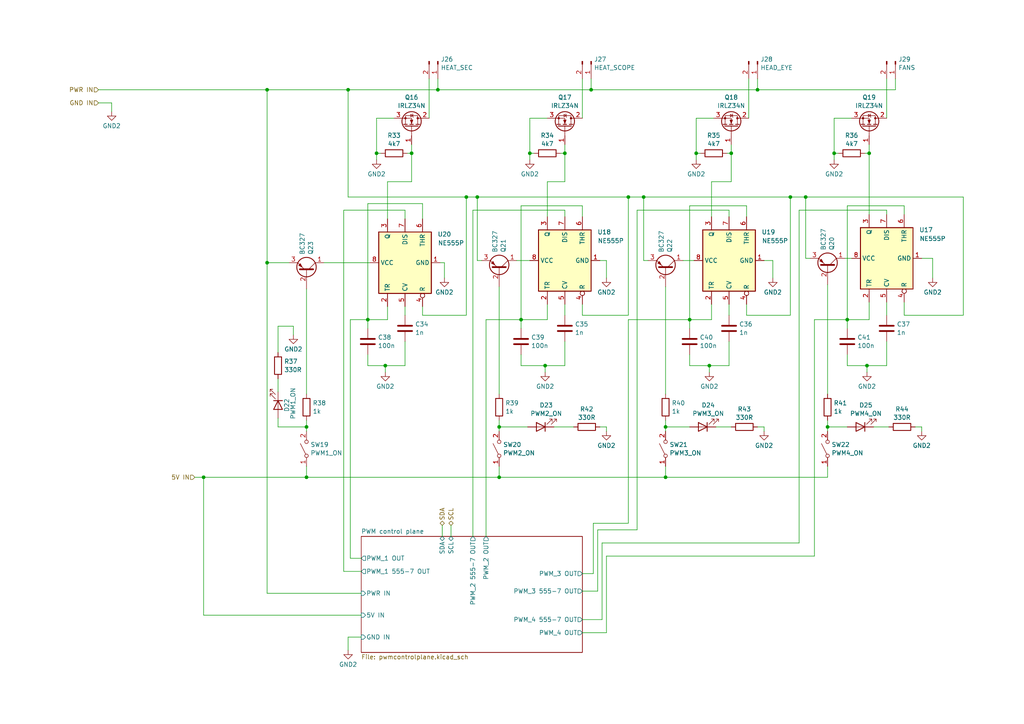
<source format=kicad_sch>
(kicad_sch (version 20230121) (generator eeschema)
  (paper "A4")
  (title_block (title "Astrobox") (date "2024-04-13") (rev "2"))
  (lib_symbols
    (symbol "Connector:Conn_01x02_Pin" (pin_names (offset 1.016) hide)
      (property "Reference" "J" (at 0 2.54 0))
      (property "Value" "Conn_01x02_Pin" (at 0 -5.08 0))
      (symbol "Conn_01x02_Pin_1_1"
        (polyline (pts (xy 1.27 -2.54) (xy 0.8636 -2.54)) (stroke (width 0.1524)))
        (polyline (pts (xy 1.27 0) (xy 0.8636 0)) (stroke (width 0.1524)))
        (rectangle (start 0.8636 -2.413) (end 0 -2.667) (stroke (width 0.1524)) (fill (type outline)))
        (rectangle (start 0.8636 0.127) (end 0 -0.127) (stroke (width 0.1524)) (fill (type outline)))
        (pin passive line (at 5.08 0 180) (length 3.81) (name "Pin_1") (number "1"))
        (pin passive line (at 5.08 -2.54 180) (length 3.81) (name "Pin_2") (number "2"))
      )
    )
    (symbol "Device:C" (pin_numbers hide) (pin_names (offset 0.254))
      (property "Reference" "C" (at 0.635 2.54 0))
      (property "Value" "C" (at 0.635 -2.54 0))
      (symbol "C_0_1"
        (polyline (pts (xy -2.032 -0.762) (xy 2.032 -0.762)) (stroke (width 0.508)))
        (polyline (pts (xy -2.032 0.762) (xy 2.032 0.762)) (stroke (width 0.508)))
      )
      (symbol "C_1_1"
        (pin passive line (at 0 3.81 270) (length 2.794) (name "~") (number "1"))
        (pin passive line (at 0 -3.81 90) (length 2.794) (name "~") (number "2"))
      )
    )
    (symbol "Device:LED" (pin_numbers hide) (pin_names (offset 1.016) hide)
      (property "Reference" "D" (at 0 2.54 0))
      (property "Value" "LED" (at 0 -2.54 0))
      (symbol "LED_0_1"
        (polyline (pts (xy -1.27 -1.27) (xy -1.27 1.27)) (stroke (width 0.254)))
        (polyline (pts (xy -1.27 0) (xy 1.27 0)))
        (polyline (pts (xy 1.27 -1.27) (xy 1.27 1.27) (xy -1.27 0) (xy 1.27 -1.27)) (stroke (width 0.254)))
        (polyline (pts (xy -3.048 -0.762) (xy -4.572 -2.286) (xy -3.81 -2.286) (xy -4.572 -2.286) (xy -4.572 -1.524)))
        (polyline (pts (xy -1.778 -0.762) (xy -3.302 -2.286) (xy -2.54 -2.286) (xy -3.302 -2.286) (xy -3.302 -1.524)))
      )
      (symbol "LED_1_1"
        (pin passive line (at -3.81 0 0) (length 2.54) (name "K") (number "1"))
        (pin passive line (at 3.81 0 180) (length 2.54) (name "A") (number "2"))
      )
    )
    (symbol "Device:R" (pin_numbers hide) (pin_names (offset 0))
      (property "Reference" "R" (at 2.032 0 90))
      (property "Value" "R" (at 0 0 90))
      (symbol "R_0_1"
        (rectangle (start -1.016 -2.54) (end 1.016 2.54) (stroke (width 0.254)))
      )
      (symbol "R_1_1"
        (pin passive line (at 0 3.81 270) (length 1.27) (name "~") (number "1"))
        (pin passive line (at 0 -3.81 90) (length 1.27) (name "~") (number "2"))
      )
    )
    (symbol "Switch:SW_SPST" (pin_names (offset 0) hide)
      (property "Reference" "SW" (at 0 3.175 0))
      (property "Value" "SW_SPST" (at 0 -2.54 0))
      (symbol "SW_SPST_0_0"
        (circle (center -2.032 0) (radius 0.508))
        (polyline (pts (xy -1.524 0.254) (xy 1.524 1.778)))
        (circle (center 2.032 0) (radius 0.508))
      )
      (symbol "SW_SPST_1_1"
        (pin passive line (at -5.08 0 0) (length 2.54) (name "A") (number "1"))
        (pin passive line (at 5.08 0 180) (length 2.54) (name "B") (number "2"))
      )
    )
    (symbol "Timer:NE555P"
      (property "Reference" "U" (at -10.16 8.89 0))
      (property "Value" "NE555P" (at 2.54 8.89 0))
      (symbol "NE555P_0_0"
        (pin power_in line (at 0 -10.16 90) (length 2.54) (name "GND") (number "1"))
        (pin power_in line (at 0 10.16 270) (length 2.54) (name "VCC") (number "8"))
      )
      (symbol "NE555P_0_1"
        (rectangle (start -8.89 -7.62) (end 8.89 7.62) (stroke (width 0.254)) (fill (type background)))
        (rectangle (start -8.89 -7.62) (end 8.89 7.62) (stroke (width 0.254)) (fill (type background)))
      )
      (symbol "NE555P_1_1"
        (pin input line (at -12.7 5.08 0) (length 3.81) (name "TR") (number "2"))
        (pin output line (at 12.7 5.08 180) (length 3.81) (name "Q") (number "3"))
        (pin input inverted (at -12.7 -5.08 0) (length 3.81) (name "R") (number "4"))
        (pin input line (at -12.7 0 0) (length 3.81) (name "CV") (number "5"))
        (pin input line (at 12.7 -5.08 180) (length 3.81) (name "THR") (number "6"))
        (pin input line (at 12.7 0 180) (length 3.81) (name "DIS") (number "7"))
      )
    )
    (symbol "Transistor_BJT:BC327" (pin_names (offset 0) hide)
      (property "Reference" "Q" (at 5.08 1.905 0))
      (property "Value" "BC327" (at 5.08 0 0))
      (symbol "BC327_0_1"
        (polyline (pts (xy 0.635 0.635) (xy 2.54 2.54)))
        (polyline (pts (xy 0.635 -0.635) (xy 2.54 -2.54) (xy 2.54 -2.54)))
        (polyline (pts (xy 0.635 1.905) (xy 0.635 -1.905) (xy 0.635 -1.905)) (stroke (width 0.508)))
        (polyline (pts (xy 2.286 -1.778) (xy 1.778 -2.286) (xy 1.27 -1.27) (xy 2.286 -1.778) (xy 2.286 -1.778)) (fill (type outline)))
        (circle (center 1.27 0) (radius 2.8194) (stroke (width 0.254)))
      )
      (symbol "BC327_1_1"
        (pin passive line (at 2.54 5.08 270) (length 2.54) (name "C") (number "1"))
        (pin input line (at -5.08 0 0) (length 5.715) (name "B") (number "2"))
        (pin passive line (at 2.54 -5.08 90) (length 2.54) (name "E") (number "3"))
      )
    )
    (symbol "Transistor_FET:IRLZ34N" (pin_names hide)
      (property "Reference" "Q" (at 5.08 1.905 0))
      (property "Value" "IRLZ34N" (at 5.08 0 0))
      (symbol "IRLZ34N_0_1"
        (polyline (pts (xy 0.254 0) (xy -2.54 0)))
        (polyline (pts (xy 0.254 1.905) (xy 0.254 -1.905)) (stroke (width 0.254)))
        (polyline (pts (xy 0.762 -1.27) (xy 0.762 -2.286)) (stroke (width 0.254)))
        (polyline (pts (xy 0.762 0.508) (xy 0.762 -0.508)) (stroke (width 0.254)))
        (polyline (pts (xy 0.762 2.286) (xy 0.762 1.27)) (stroke (width 0.254)))
        (polyline (pts (xy 2.54 2.54) (xy 2.54 1.778)))
        (polyline (pts (xy 2.54 -2.54) (xy 2.54 0) (xy 0.762 0)))
        (polyline (pts (xy 0.762 -1.778) (xy 3.302 -1.778) (xy 3.302 1.778) (xy 0.762 1.778)))
        (polyline (pts (xy 1.016 0) (xy 2.032 0.381) (xy 2.032 -0.381) (xy 1.016 0)) (fill (type outline)))
        (polyline (pts (xy 2.794 0.508) (xy 2.921 0.381) (xy 3.683 0.381) (xy 3.81 0.254)))
        (polyline (pts (xy 3.302 0.381) (xy 2.921 -0.254) (xy 3.683 -0.254) (xy 3.302 0.381)))
        (circle (center 1.651 0) (radius 2.794) (stroke (width 0.254)))
        (circle (center 2.54 -1.778) (radius 0.254) (fill (type outline)))
        (circle (center 2.54 1.778) (radius 0.254) (fill (type outline)))
      )
      (symbol "IRLZ34N_1_1"
        (pin input line (at -5.08 0 0) (length 2.54) (name "G") (number "1"))
        (pin passive line (at 2.54 5.08 270) (length 2.54) (name "D") (number "2"))
        (pin passive line (at 2.54 -5.08 90) (length 2.54) (name "S") (number "3"))
      )
    )
    (symbol "power:GND2" (power) (pin_names (offset 0))
      (property "Value" "GND2" (at 0 -3.81 0))
      (symbol "GND2_0_1"
        (polyline (pts (xy 0 0) (xy 0 -1.27) (xy 1.27 -1.27) (xy 0 -2.54) (xy -1.27 -1.27) (xy 0 -1.27)))
      )
      (symbol "GND2_1_1"
        (pin power_in line (at 0 0 270) (length 0) hide (name "GND2") (number "1"))
      )
    )
  )
  (junction (at 77.47 76.2))
  (junction (at 193.04 138.43))
  (junction (at 233.68 57.15))
  (junction (at 106.68 92.71))
  (junction (at 200.025 92.71))
  (junction (at 219.71 26.035))
  (junction (at 245.745 92.71))
  (junction (at 182.245 57.15))
  (junction (at 144.78 138.43))
  (junction (at 119.38 44.45))
  (junction (at 138.43 57.15))
  (junction (at 100.965 26.035))
  (junction (at 111.76 106.045))
  (junction (at 151.13 92.71))
  (junction (at 252.095 44.45))
  (junction (at 88.9 123.825))
  (junction (at 77.47 26.035))
  (junction (at 163.83 44.45))
  (junction (at 240.03 123.825))
  (junction (at 201.93 44.45))
  (junction (at 127 26.035))
  (junction (at 251.46 106.045))
  (junction (at 186.69 57.15))
  (junction (at 88.9 138.43))
  (junction (at 153.67 44.45))
  (junction (at 144.78 123.825))
  (junction (at 135.255 57.15))
  (junction (at 229.235 57.15))
  (junction (at 205.74 106.045))
  (junction (at 158.115 106.045))
  (junction (at 241.935 44.45))
  (junction (at 171.45 26.035))
  (junction (at 212.09 44.45))
  (junction (at 193.04 123.825))
  (junction (at 109.22 44.45))
  (junction (at 59.055 138.43))
  (wire (pts (xy 77.47 26.035) (xy 77.47 76.2)))
  (wire (pts (xy 130.81 152.4) (xy 130.81 155.575)))
  (wire (pts (xy 205.74 106.045) (xy 211.455 106.045)))
  (wire (pts (xy 236.22 161.29) (xy 236.22 92.71)))
  (wire (pts (xy 174.625 157.48) (xy 231.775 157.48)))
  (wire (pts (xy 241.935 34.29) (xy 247.015 34.29)))
  (wire (pts (xy 106.68 102.87) (xy 106.68 106.045)))
  (wire (pts (xy 241.935 44.45) (xy 241.935 46.355)))
  (wire (pts (xy 137.16 60.96) (xy 137.16 155.575)))
  (wire (pts (xy 106.68 106.045) (xy 111.76 106.045)))
  (wire (pts (xy 122.555 91.44) (xy 135.255 91.44)))
  (wire (pts (xy 100.965 26.035) (xy 127 26.035)))
  (wire (pts (xy 100.965 184.785) (xy 104.775 184.785)))
  (wire (pts (xy 168.91 179.705) (xy 174.625 179.705)))
  (wire (pts (xy 127.635 76.2) (xy 128.905 76.2)))
  (wire (pts (xy 267.335 123.825) (xy 267.335 125.095)))
  (wire (pts (xy 240.03 121.92) (xy 240.03 123.825)))
  (wire (pts (xy 151.13 106.045) (xy 158.115 106.045)))
  (wire (pts (xy 201.93 44.45) (xy 201.93 46.355)))
  (wire (pts (xy 257.175 99.06) (xy 257.175 106.045)))
  (wire (pts (xy 138.43 75.565) (xy 139.7 75.565)))
  (wire (pts (xy 279.4 57.15) (xy 279.4 91.44)))
  (wire (pts (xy 128.27 152.4) (xy 128.27 155.575)))
  (wire (pts (xy 153.67 44.45) (xy 153.67 46.355)))
  (wire (pts (xy 187.96 75.565) (xy 186.69 75.565)))
  (wire (pts (xy 163.83 88.265) (xy 163.83 91.44)))
  (wire (pts (xy 216.535 91.44) (xy 229.235 91.44)))
  (wire (pts (xy 85.09 94.615) (xy 85.09 97.155)))
  (wire (pts (xy 245.745 106.045) (xy 251.46 106.045)))
  (wire (pts (xy 171.45 26.035) (xy 219.71 26.035)))
  (wire (pts (xy 112.395 92.71) (xy 112.395 88.9)))
  (wire (pts (xy 144.78 83.185) (xy 144.78 114.3)))
  (wire (pts (xy 216.535 88.265) (xy 216.535 91.44)))
  (wire (pts (xy 158.115 106.045) (xy 158.115 107.95)))
  (wire (pts (xy 229.235 57.15) (xy 229.235 91.44)))
  (wire (pts (xy 128.905 76.2) (xy 128.905 80.645)))
  (wire (pts (xy 219.71 26.035) (xy 259.715 26.035)))
  (wire (pts (xy 252.095 44.45) (xy 252.095 62.23)))
  (wire (pts (xy 106.68 59.055) (xy 106.68 92.71)))
  (wire (pts (xy 151.13 92.71) (xy 158.75 92.71)))
  (wire (pts (xy 59.055 138.43) (xy 59.055 178.435)))
  (wire (pts (xy 144.78 138.43) (xy 144.78 135.255)))
  (wire (pts (xy 80.645 102.235) (xy 80.645 94.615)))
  (wire (pts (xy 193.04 123.825) (xy 200.025 123.825)))
  (wire (pts (xy 117.475 99.06) (xy 117.475 106.045)))
  (wire (pts (xy 200.025 92.71) (xy 200.025 95.25)))
  (wire (pts (xy 184.785 153.67) (xy 173.355 153.67)))
  (wire (pts (xy 245.11 74.93) (xy 247.015 74.93)))
  (wire (pts (xy 77.47 76.2) (xy 83.82 76.2)))
  (wire (pts (xy 206.375 52.705) (xy 212.09 52.705)))
  (wire (pts (xy 173.355 153.67) (xy 173.355 171.45)))
  (wire (pts (xy 221.615 75.565) (xy 224.155 75.565)))
  (wire (pts (xy 211.455 60.96) (xy 211.455 62.865)))
  (wire (pts (xy 245.745 59.69) (xy 245.745 92.71)))
  (wire (pts (xy 233.68 57.15) (xy 279.4 57.15)))
  (wire (pts (xy 212.09 44.45) (xy 212.09 52.705)))
  (wire (pts (xy 236.22 92.71) (xy 245.745 92.71)))
  (wire (pts (xy 257.175 60.96) (xy 257.175 62.23)))
  (wire (pts (xy 262.255 59.69) (xy 245.745 59.69)))
  (wire (pts (xy 207.645 123.825) (xy 212.09 123.825)))
  (wire (pts (xy 80.645 109.855) (xy 80.645 113.665)))
  (wire (pts (xy 151.13 59.69) (xy 168.91 59.69)))
  (wire (pts (xy 168.91 166.37) (xy 172.085 166.37)))
  (wire (pts (xy 77.47 26.035) (xy 100.965 26.035)))
  (wire (pts (xy 251.46 106.045) (xy 251.46 107.95)))
  (wire (pts (xy 241.935 44.45) (xy 243.205 44.45)))
  (wire (pts (xy 219.71 123.825) (xy 221.615 123.825)))
  (wire (pts (xy 221.615 123.825) (xy 221.615 125.095)))
  (wire (pts (xy 173.99 75.565) (xy 175.895 75.565)))
  (wire (pts (xy 158.75 52.705) (xy 158.75 62.865)))
  (wire (pts (xy 80.645 94.615) (xy 85.09 94.615)))
  (wire (pts (xy 245.745 92.71) (xy 252.095 92.71)))
  (wire (pts (xy 270.51 74.93) (xy 270.51 80.645)))
  (wire (pts (xy 163.83 99.06) (xy 163.83 106.045)))
  (wire (pts (xy 182.245 92.71) (xy 200.025 92.71)))
  (wire (pts (xy 104.775 165.735) (xy 99.695 165.735)))
  (wire (pts (xy 262.255 62.23) (xy 262.255 59.69)))
  (wire (pts (xy 100.965 57.15) (xy 135.255 57.15)))
  (wire (pts (xy 200.025 59.69) (xy 200.025 92.71)))
  (wire (pts (xy 211.455 99.06) (xy 211.455 106.045)))
  (wire (pts (xy 175.895 161.29) (xy 236.22 161.29)))
  (wire (pts (xy 140.97 92.71) (xy 151.13 92.71)))
  (wire (pts (xy 175.895 123.825) (xy 175.895 125.095)))
  (wire (pts (xy 122.555 59.055) (xy 106.68 59.055)))
  (wire (pts (xy 240.03 82.55) (xy 240.03 114.3)))
  (wire (pts (xy 109.22 44.45) (xy 110.49 44.45)))
  (wire (pts (xy 153.67 34.29) (xy 153.67 44.45)))
  (wire (pts (xy 193.04 138.43) (xy 144.78 138.43)))
  (wire (pts (xy 186.69 57.15) (xy 229.235 57.15)))
  (wire (pts (xy 259.715 26.035) (xy 259.715 22.86)))
  (wire (pts (xy 252.095 92.71) (xy 252.095 87.63)))
  (wire (pts (xy 119.38 41.91) (xy 119.38 44.45)))
  (wire (pts (xy 163.83 41.91) (xy 163.83 44.45)))
  (wire (pts (xy 186.69 75.565) (xy 186.69 57.15)))
  (wire (pts (xy 182.245 57.15) (xy 186.69 57.15)))
  (wire (pts (xy 250.825 44.45) (xy 252.095 44.45)))
  (wire (pts (xy 257.175 22.86) (xy 257.175 34.29)))
  (wire (pts (xy 251.46 106.045) (xy 257.175 106.045)))
  (wire (pts (xy 168.91 88.265) (xy 168.91 91.44)))
  (wire (pts (xy 160.655 123.825) (xy 166.37 123.825)))
  (wire (pts (xy 149.86 75.565) (xy 153.67 75.565)))
  (wire (pts (xy 184.785 60.96) (xy 211.455 60.96)))
  (wire (pts (xy 231.775 60.96) (xy 231.775 157.48)))
  (wire (pts (xy 193.04 138.43) (xy 193.04 135.255)))
  (wire (pts (xy 175.895 75.565) (xy 175.895 80.645)))
  (wire (pts (xy 138.43 75.565) (xy 138.43 57.15)))
  (wire (pts (xy 144.78 121.92) (xy 144.78 123.825)))
  (wire (pts (xy 245.745 92.71) (xy 245.745 95.25)))
  (wire (pts (xy 151.13 102.87) (xy 151.13 106.045)))
  (wire (pts (xy 257.175 87.63) (xy 257.175 91.44)))
  (wire (pts (xy 193.04 121.92) (xy 193.04 123.825)))
  (wire (pts (xy 201.93 34.29) (xy 201.93 44.45)))
  (wire (pts (xy 109.22 34.29) (xy 109.22 44.45)))
  (wire (pts (xy 151.13 92.71) (xy 151.13 95.25)))
  (wire (pts (xy 88.9 121.92) (xy 88.9 123.825)))
  (wire (pts (xy 211.455 88.265) (xy 211.455 91.44)))
  (wire (pts (xy 206.375 52.705) (xy 206.375 62.865)))
  (wire (pts (xy 158.115 106.045) (xy 163.83 106.045)))
  (wire (pts (xy 158.75 92.71) (xy 158.75 88.265)))
  (wire (pts (xy 240.03 135.255) (xy 240.03 138.43)))
  (wire (pts (xy 153.67 44.45) (xy 154.94 44.45)))
  (wire (pts (xy 200.025 106.045) (xy 205.74 106.045)))
  (wire (pts (xy 104.775 161.925) (xy 101.6 161.925)))
  (wire (pts (xy 135.255 57.15) (xy 138.43 57.15)))
  (wire (pts (xy 106.68 92.71) (xy 112.395 92.71)))
  (wire (pts (xy 163.83 44.45) (xy 163.83 52.705)))
  (wire (pts (xy 212.09 41.91) (xy 212.09 44.45)))
  (wire (pts (xy 111.76 106.045) (xy 117.475 106.045)))
  (wire (pts (xy 119.38 44.45) (xy 119.38 52.705)))
  (wire (pts (xy 112.395 63.5) (xy 112.395 52.705)))
  (wire (pts (xy 267.335 74.93) (xy 270.51 74.93)))
  (wire (pts (xy 234.95 74.93) (xy 233.68 74.93)))
  (wire (pts (xy 279.4 91.44) (xy 262.255 91.44)))
  (wire (pts (xy 200.025 92.71) (xy 206.375 92.71)))
  (wire (pts (xy 99.695 60.96) (xy 117.475 60.96)))
  (wire (pts (xy 101.6 92.71) (xy 106.68 92.71)))
  (wire (pts (xy 117.475 60.96) (xy 117.475 63.5)))
  (wire (pts (xy 240.03 123.825) (xy 245.745 123.825)))
  (wire (pts (xy 88.9 138.43) (xy 59.055 138.43)))
  (wire (pts (xy 171.45 26.035) (xy 171.45 22.86)))
  (wire (pts (xy 193.04 123.825) (xy 193.04 125.095)))
  (wire (pts (xy 241.935 34.29) (xy 241.935 44.45)))
  (wire (pts (xy 184.785 60.96) (xy 184.785 153.67)))
  (wire (pts (xy 168.91 22.86) (xy 168.91 34.29)))
  (wire (pts (xy 240.03 138.43) (xy 193.04 138.43)))
  (wire (pts (xy 88.9 123.825) (xy 88.9 125.095)))
  (wire (pts (xy 127 26.035) (xy 171.45 26.035)))
  (wire (pts (xy 122.555 88.9) (xy 122.555 91.44)))
  (wire (pts (xy 112.395 52.705) (xy 119.38 52.705)))
  (wire (pts (xy 100.965 57.15) (xy 100.965 26.035)))
  (wire (pts (xy 28.575 26.035) (xy 77.47 26.035)))
  (wire (pts (xy 216.535 62.865) (xy 216.535 59.69)))
  (wire (pts (xy 104.775 172.085) (xy 77.47 172.085)))
  (wire (pts (xy 172.085 151.765) (xy 182.245 151.765)))
  (wire (pts (xy 100.965 188.595) (xy 100.965 184.785)))
  (wire (pts (xy 138.43 57.15) (xy 182.245 57.15)))
  (wire (pts (xy 56.515 138.43) (xy 59.055 138.43)))
  (wire (pts (xy 162.56 44.45) (xy 163.83 44.45)))
  (wire (pts (xy 173.99 123.825) (xy 175.895 123.825)))
  (wire (pts (xy 28.575 29.845) (xy 32.385 29.845)))
  (wire (pts (xy 127 26.035) (xy 127 22.86)))
  (wire (pts (xy 109.22 34.29) (xy 114.3 34.29)))
  (wire (pts (xy 32.385 29.845) (xy 32.385 32.385)))
  (wire (pts (xy 182.245 57.15) (xy 182.245 91.44)))
  (wire (pts (xy 198.12 75.565) (xy 201.295 75.565)))
  (wire (pts (xy 193.04 83.185) (xy 193.04 114.3)))
  (wire (pts (xy 219.71 26.035) (xy 219.71 22.86)))
  (wire (pts (xy 252.095 41.91) (xy 252.095 44.45)))
  (wire (pts (xy 124.46 22.86) (xy 124.46 34.29)))
  (wire (pts (xy 210.82 44.45) (xy 212.09 44.45)))
  (wire (pts (xy 140.97 92.71) (xy 140.97 155.575)))
  (wire (pts (xy 240.03 123.825) (xy 240.03 125.095)))
  (wire (pts (xy 137.16 60.96) (xy 163.83 60.96)))
  (wire (pts (xy 93.98 76.2) (xy 107.315 76.2)))
  (wire (pts (xy 144.78 123.825) (xy 153.035 123.825)))
  (wire (pts (xy 168.91 171.45) (xy 173.355 171.45)))
  (wire (pts (xy 104.775 178.435) (xy 59.055 178.435)))
  (wire (pts (xy 200.025 106.045) (xy 200.025 102.87)))
  (wire (pts (xy 265.43 123.825) (xy 267.335 123.825)))
  (wire (pts (xy 253.365 123.825) (xy 257.81 123.825)))
  (wire (pts (xy 118.11 44.45) (xy 119.38 44.45)))
  (wire (pts (xy 231.775 60.96) (xy 257.175 60.96)))
  (wire (pts (xy 245.745 102.87) (xy 245.745 106.045)))
  (wire (pts (xy 109.22 44.45) (xy 109.22 46.355)))
  (wire (pts (xy 168.91 62.865) (xy 168.91 59.69)))
  (wire (pts (xy 224.155 75.565) (xy 224.155 80.645)))
  (wire (pts (xy 205.74 106.045) (xy 205.74 107.95)))
  (wire (pts (xy 101.6 92.71) (xy 101.6 161.925)))
  (wire (pts (xy 77.47 76.2) (xy 77.47 172.085)))
  (wire (pts (xy 80.645 121.285) (xy 80.645 123.825)))
  (wire (pts (xy 88.9 83.82) (xy 88.9 114.3)))
  (wire (pts (xy 99.695 60.96) (xy 99.695 165.735)))
  (wire (pts (xy 182.245 91.44) (xy 168.91 91.44)))
  (wire (pts (xy 135.255 91.44) (xy 135.255 57.15)))
  (wire (pts (xy 217.17 22.86) (xy 217.17 34.29)))
  (wire (pts (xy 163.83 60.96) (xy 163.83 62.865)))
  (wire (pts (xy 262.255 91.44) (xy 262.255 87.63)))
  (wire (pts (xy 158.75 52.705) (xy 163.83 52.705)))
  (wire (pts (xy 144.78 123.825) (xy 144.78 125.095)))
  (wire (pts (xy 117.475 88.9) (xy 117.475 91.44)))
  (wire (pts (xy 80.645 123.825) (xy 88.9 123.825)))
  (wire (pts (xy 88.9 138.43) (xy 88.9 135.255)))
  (wire (pts (xy 233.68 74.93) (xy 233.68 57.15)))
  (wire (pts (xy 106.68 92.71) (xy 106.68 95.25)))
  (wire (pts (xy 229.235 57.15) (xy 233.68 57.15)))
  (wire (pts (xy 168.91 183.515) (xy 175.895 183.515)))
  (wire (pts (xy 174.625 179.705) (xy 174.625 157.48)))
  (wire (pts (xy 200.025 59.69) (xy 216.535 59.69)))
  (wire (pts (xy 111.76 106.045) (xy 111.76 107.95)))
  (wire (pts (xy 151.13 92.71) (xy 151.13 59.69)))
  (wire (pts (xy 172.085 166.37) (xy 172.085 151.765)))
  (wire (pts (xy 182.245 151.765) (xy 182.245 92.71)))
  (wire (pts (xy 201.93 44.45) (xy 203.2 44.45)))
  (wire (pts (xy 153.67 34.29) (xy 158.75 34.29)))
  (wire (pts (xy 206.375 92.71) (xy 206.375 88.265)))
  (wire (pts (xy 201.93 34.29) (xy 207.01 34.29)))
  (wire (pts (xy 88.9 138.43) (xy 144.78 138.43)))
  (wire (pts (xy 175.895 183.515) (xy 175.895 161.29)))
  (wire (pts (xy 122.555 63.5) (xy 122.555 59.055)))
  (hierarchical_label "5V IN" (shape input) (at 56.515 138.43 180))
  (hierarchical_label "SCL" (shape bidirectional) (at 130.81 152.4 90))
  (hierarchical_label "GND IN" (shape input) (at 28.575 29.845 180))
  (hierarchical_label "PWR IN" (shape input) (at 28.575 26.035 180))
  (hierarchical_label "SDA" (shape bidirectional) (at 128.27 152.4 90))
  (symbol (lib_id "power:GND2") (at 175.895 125.095 0) (unit 1)
    (property "Reference" "#PWR049" (effects hide))
    (property "Value" "GND2" (at 175.895 129.2281 0))
  )
  (symbol (lib_id "power:GND2") (at 251.46 107.95 0) (unit 1)
    (property "Reference" "#PWR048" (effects hide))
    (property "Value" "GND2" (at 251.46 112.0831 0))
  )
  (symbol (lib_id "power:GND2") (at 111.76 107.95 0) (unit 1)
    (property "Reference" "#PWR045" (effects hide))
    (property "Value" "GND2" (at 111.76 112.0831 0))
  )
  (symbol (lib_id "Transistor_FET:IRLZ34N") (at 163.83 36.83 270) (mirror x) (unit 1)
    (property "Reference" "Q17" (at 163.83 28.2407 90))
    (property "Value" "IRLZ34N" (at 163.83 30.6649 90))
    (property "Footprint" "Package_TO_SOT_THT:TO-220-3_Vertical" (effects hide))
    (property "Datasheet" "http://www.infineon.com/dgdl/irlz34npbf.pdf?fileId=5546d462533600a40153567206892720" (effects hide))
  )
  (symbol (lib_id "Device:R") (at 88.9 118.11 0) (unit 1)
    (property "Reference" "R38" (at 90.678 116.8979 0) (effects (justify left)))
    (property "Value" "1k" (at 90.678 119.3221 0) (effects (justify left)))
    (property "Footprint" "Resistor_THT:R_Axial_DIN0309_L9.0mm_D3.2mm_P12.70mm_Horizontal" (effects hide))
  )
  (symbol (lib_id "Transistor_FET:IRLZ34N") (at 119.38 36.83 270) (mirror x) (unit 1)
    (property "Reference" "Q16" (at 119.38 28.2407 90))
    (property "Value" "IRLZ34N" (at 119.38 30.6649 90))
    (property "Footprint" "Package_TO_SOT_THT:TO-220-3_Vertical" (effects hide))
    (property "Datasheet" "http://www.infineon.com/dgdl/irlz34npbf.pdf?fileId=5546d462533600a40153567206892720" (effects hide))
  )
  (symbol (lib_id "Device:R") (at 193.04 118.11 0) (unit 1)
    (property "Reference" "R40" (at 194.818 116.8979 0) (effects (justify left)))
    (property "Value" "1k" (at 194.818 119.3221 0) (effects (justify left)))
    (property "Footprint" "Resistor_THT:R_Axial_DIN0309_L9.0mm_D3.2mm_P12.70mm_Horizontal" (effects hide))
  )
  (symbol (lib_id "power:GND2") (at 100.965 188.595 0) (unit 1)
    (property "Reference" "#PWR052" (effects hide))
    (property "Value" "GND2" (at 100.965 192.7281 0))
  )
  (symbol (lib_id "Transistor_BJT:BC327") (at 193.04 78.105 270) (mirror x) (unit 1)
    (property "Reference" "Q22" (at 194.2521 73.2536 0) (effects (justify left)))
    (property "Value" "BC327" (at 191.8279 73.2536 0) (effects (justify left)))
    (property "Footprint" "Package_TO_SOT_THT:TO-92_Inline" (effects hide))
    (property "Datasheet" "http://www.onsemi.com/pub_link/Collateral/BC327-D.PDF" (effects hide))
  )
  (symbol (lib_id "Device:C") (at 106.68 99.06 0) (unit 1)
    (property "Reference" "C38" (at 109.601 97.8479 0) (effects (justify left)))
    (property "Value" "100n" (at 109.601 100.2721 0) (effects (justify left)))
    (property "Footprint" "Capacitor_THT:C_Disc_D5.0mm_W2.5mm_P2.50mm" (effects hide))
  )
  (symbol (lib_id "Device:C") (at 117.475 95.25 0) (unit 1)
    (property "Reference" "C34" (at 120.396 94.0379 0) (effects (justify left)))
    (property "Value" "1n" (at 120.396 96.4621 0) (effects (justify left)))
    (property "Footprint" "Capacitor_THT:C_Disc_D5.0mm_W2.5mm_P2.50mm" (effects hide))
  )
  (symbol (lib_id "power:GND2") (at 153.67 46.355 0) (unit 1)
    (property "Reference" "#PWR037" (effects hide))
    (property "Value" "GND2" (at 153.67 50.4881 0))
  )
  (symbol (lib_id "Device:LED") (at 156.845 123.825 180) (unit 1)
    (property "Reference" "D23" (at 158.4325 117.5217 0))
    (property "Value" "PWM2_ON" (at 158.4325 119.9459 0))
    (property "Footprint" "LED_THT:LED_D5.0mm" (effects hide))
  )
  (symbol (lib_id "Switch:SW_SPST") (at 193.04 130.175 90) (unit 1)
    (property "Reference" "SW21" (at 194.183 128.9629 90) (effects (justify right)))
    (property "Value" "PWM3_ON" (at 194.183 131.3871 90) (effects (justify right)))
    (property "Footprint" "Connector_PinHeader_2.54mm:PinHeader_1x02_P2.54mm_Vertical" (effects hide))
  )
  (symbol (lib_id "Device:LED") (at 249.555 123.825 180) (unit 1)
    (property "Reference" "D25" (at 251.1425 117.5217 0))
    (property "Value" "PWM4_ON" (at 251.1425 119.9459 0))
    (property "Footprint" "LED_THT:LED_D5.0mm" (effects hide))
  )
  (symbol (lib_id "Switch:SW_SPST") (at 240.03 130.175 90) (unit 1)
    (property "Reference" "SW22" (at 241.173 128.9629 90) (effects (justify right)))
    (property "Value" "PWM4_ON" (at 241.173 131.3871 90) (effects (justify right)))
    (property "Footprint" "Connector_PinHeader_2.54mm:PinHeader_1x02_P2.54mm_Vertical" (effects hide))
  )
  (symbol (lib_id "power:GND2") (at 128.905 80.645 0) (unit 1)
    (property "Reference" "#PWR040" (effects hide))
    (property "Value" "GND2" (at 128.905 84.7781 0))
  )
  (symbol (lib_id "Device:R") (at 170.18 123.825 90) (unit 1)
    (property "Reference" "R42" (at 170.18 118.6647 90))
    (property "Value" "330R" (at 170.18 121.0889 90))
    (property "Footprint" "Resistor_THT:R_Axial_DIN0309_L9.0mm_D3.2mm_P12.70mm_Horizontal" (effects hide))
  )
  (symbol (lib_id "Switch:SW_SPST") (at 88.9 130.175 90) (unit 1)
    (property "Reference" "SW19" (at 90.043 128.9629 90) (effects (justify right)))
    (property "Value" "PWM1_ON" (at 90.043 131.3871 90) (effects (justify right)))
    (property "Footprint" "Connector_PinHeader_2.54mm:PinHeader_1x02_P2.54mm_Vertical" (effects hide))
  )
  (symbol (lib_id "Device:R") (at 240.03 118.11 0) (unit 1)
    (property "Reference" "R41" (at 241.808 116.8979 0) (effects (justify left)))
    (property "Value" "1k" (at 241.808 119.3221 0) (effects (justify left)))
    (property "Footprint" "Resistor_THT:R_Axial_DIN0309_L9.0mm_D3.2mm_P12.70mm_Horizontal" (effects hide))
  )
  (symbol (lib_id "power:GND2") (at 267.335 125.095 0) (unit 1)
    (property "Reference" "#PWR051" (effects hide))
    (property "Value" "GND2" (at 267.335 129.2281 0))
  )
  (symbol (lib_id "Device:C") (at 163.83 95.25 0) (unit 1)
    (property "Reference" "C35" (at 166.751 94.0379 0) (effects (justify left)))
    (property "Value" "1n" (at 166.751 96.4621 0) (effects (justify left)))
    (property "Footprint" "Capacitor_THT:C_Disc_D5.0mm_W2.5mm_P2.50mm" (effects hide))
  )
  (symbol (lib_id "Transistor_BJT:BC327") (at 240.03 77.47 270) (mirror x) (unit 1)
    (property "Reference" "Q20" (at 241.2421 72.6186 0) (effects (justify left)))
    (property "Value" "BC327" (at 238.8179 72.6186 0) (effects (justify left)))
    (property "Footprint" "Package_TO_SOT_THT:TO-92_Inline" (effects hide))
    (property "Datasheet" "http://www.onsemi.com/pub_link/Collateral/BC327-D.PDF" (effects hide))
  )
  (symbol (lib_id "Device:R") (at 207.01 44.45 90) (unit 1)
    (property "Reference" "R35" (at 207.01 39.2897 90))
    (property "Value" "4k7" (at 207.01 41.7139 90))
    (property "Footprint" "Resistor_THT:R_Axial_DIN0309_L9.0mm_D3.2mm_P12.70mm_Horizontal" (effects hide))
  )
  (symbol (lib_id "power:GND2") (at 109.22 46.355 0) (unit 1)
    (property "Reference" "#PWR036" (effects hide))
    (property "Value" "GND2" (at 109.22 50.4881 0))
  )
  (symbol (lib_id "Device:LED") (at 80.645 117.475 270) (unit 1)
    (property "Reference" "D22" (at 83.185 115.57 0) (effects (justify left)))
    (property "Value" "PWM1_ON" (at 84.9742 112.395 0) (effects (justify left)))
    (property "Footprint" "LED_THT:LED_D5.0mm" (effects hide))
  )
  (symbol (lib_id "Device:R") (at 158.75 44.45 90) (unit 1)
    (property "Reference" "R34" (at 158.75 39.2897 90))
    (property "Value" "4k7" (at 158.75 41.7139 90))
    (property "Footprint" "Resistor_THT:R_Axial_DIN0309_L9.0mm_D3.2mm_P12.70mm_Horizontal" (effects hide))
  )
  (symbol (lib_id "power:GND2") (at 205.74 107.95 0) (unit 1)
    (property "Reference" "#PWR047" (effects hide))
    (property "Value" "GND2" (at 205.74 112.0831 0))
  )
  (symbol (lib_id "Connector:Conn_01x02_Pin") (at 259.715 17.78 270) (unit 1)
    (property "Reference" "J29" (at 260.5532 17.2029 90) (effects (justify left)))
    (property "Value" "FANS" (at 260.5532 19.6271 90) (effects (justify left)))
    (property "Footprint" "Connector_Wire:SolderWire-1sqmm_1x02_P5.4mm_D1.4mm_OD2.7mm" (effects hide))
  )
  (symbol (lib_id "Switch:SW_SPST") (at 144.78 130.175 90) (unit 1)
    (property "Reference" "SW20" (at 145.923 128.9629 90) (effects (justify right)))
    (property "Value" "PWM2_ON" (at 145.923 131.3871 90) (effects (justify right)))
    (property "Footprint" "Connector_PinHeader_2.54mm:PinHeader_1x02_P2.54mm_Vertical" (effects hide))
  )
  (symbol (lib_id "Device:R") (at 247.015 44.45 90) (unit 1)
    (property "Reference" "R36" (at 247.015 39.2897 90))
    (property "Value" "4k7" (at 247.015 41.7139 90))
    (property "Footprint" "Resistor_THT:R_Axial_DIN0309_L9.0mm_D3.2mm_P12.70mm_Horizontal" (effects hide))
  )
  (symbol (lib_id "Device:R") (at 215.9 123.825 90) (unit 1)
    (property "Reference" "R43" (at 215.9 118.6647 90))
    (property "Value" "330R" (at 215.9 121.0889 90))
    (property "Footprint" "Resistor_THT:R_Axial_DIN0309_L9.0mm_D3.2mm_P12.70mm_Horizontal" (effects hide))
  )
  (symbol (lib_id "power:GND2") (at 175.895 80.645 0) (unit 1)
    (property "Reference" "#PWR041" (effects hide))
    (property "Value" "GND2" (at 175.895 84.7781 0))
  )
  (symbol (lib_id "Device:R") (at 144.78 118.11 0) (unit 1)
    (property "Reference" "R39" (at 146.558 116.8979 0) (effects (justify left)))
    (property "Value" "1k" (at 146.558 119.3221 0) (effects (justify left)))
    (property "Footprint" "Resistor_THT:R_Axial_DIN0309_L9.0mm_D3.2mm_P12.70mm_Horizontal" (effects hide))
  )
  (symbol (lib_id "Timer:NE555P") (at 211.455 75.565 90) (unit 1)
    (property "Reference" "U19" (at 222.885 67.31 90))
    (property "Value" "NE555P" (at 224.79 69.85 90))
    (property "Footprint" "Package_DIP:DIP-8_W7.62mm" (effects hide))
    (property "Datasheet" "http://www.ti.com/lit/ds/symlink/ne555.pdf" (effects hide))
  )
  (symbol (lib_id "power:GND2") (at 221.615 125.095 0) (unit 1)
    (property "Reference" "#PWR050" (effects hide))
    (property "Value" "GND2" (at 221.615 129.2281 0))
  )
  (symbol (lib_id "power:GND2") (at 158.115 107.95 0) (unit 1)
    (property "Reference" "#PWR046" (effects hide))
    (property "Value" "GND2" (at 158.115 112.0831 0))
  )
  (symbol (lib_id "Device:R") (at 114.3 44.45 90) (unit 1)
    (property "Reference" "R33" (at 114.3 39.2897 90))
    (property "Value" "4k7" (at 114.3 41.7139 90))
    (property "Footprint" "Resistor_THT:R_Axial_DIN0309_L9.0mm_D3.2mm_P12.70mm_Horizontal" (effects hide))
  )
  (symbol (lib_id "Device:C") (at 245.745 99.06 0) (unit 1)
    (property "Reference" "C41" (at 248.666 97.8479 0) (effects (justify left)))
    (property "Value" "100n" (at 248.666 100.2721 0) (effects (justify left)))
    (property "Footprint" "Capacitor_THT:C_Disc_D5.0mm_W2.5mm_P2.50mm" (effects hide))
  )
  (symbol (lib_id "power:GND2") (at 201.93 46.355 0) (unit 1)
    (property "Reference" "#PWR038" (effects hide))
    (property "Value" "GND2" (at 201.93 50.4881 0))
  )
  (symbol (lib_id "Connector:Conn_01x02_Pin") (at 127 17.78 270) (unit 1)
    (property "Reference" "J26" (at 127.8382 17.2029 90) (effects (justify left)))
    (property "Value" "HEAT_SEC" (at 127.8382 19.6271 90) (effects (justify left)))
    (property "Footprint" "Connector_Wire:SolderWire-1sqmm_1x02_P5.4mm_D1.4mm_OD2.7mm" (effects hide))
  )
  (symbol (lib_id "Device:LED") (at 203.835 123.825 180) (unit 1)
    (property "Reference" "D24" (at 205.4225 117.5217 0))
    (property "Value" "PWM3_ON" (at 205.4225 119.9459 0))
    (property "Footprint" "LED_THT:LED_D5.0mm" (effects hide))
  )
  (symbol (lib_id "power:GND2") (at 85.09 97.155 0) (unit 1)
    (property "Reference" "#PWR044" (effects hide))
    (property "Value" "GND2" (at 85.09 101.2881 0))
  )
  (symbol (lib_id "Device:C") (at 211.455 95.25 0) (unit 1)
    (property "Reference" "C36" (at 214.376 94.0379 0) (effects (justify left)))
    (property "Value" "1n" (at 214.376 96.4621 0) (effects (justify left)))
    (property "Footprint" "Capacitor_THT:C_Disc_D5.0mm_W2.5mm_P2.50mm" (effects hide))
  )
  (symbol (lib_id "Transistor_BJT:BC327") (at 144.78 78.105 270) (mirror x) (unit 1)
    (property "Reference" "Q21" (at 145.9921 73.2536 0) (effects (justify left)))
    (property "Value" "BC327" (at 143.5679 73.2536 0) (effects (justify left)))
    (property "Footprint" "Package_TO_SOT_THT:TO-92_Inline" (effects hide))
    (property "Datasheet" "http://www.onsemi.com/pub_link/Collateral/BC327-D.PDF" (effects hide))
  )
  (symbol (lib_id "Connector:Conn_01x02_Pin") (at 171.45 17.78 270) (unit 1)
    (property "Reference" "J27" (at 172.2882 17.2029 90) (effects (justify left)))
    (property "Value" "HEAT_SCOPE" (at 172.2882 19.6271 90) (effects (justify left)))
    (property "Footprint" "Connector_Wire:SolderWire-1sqmm_1x02_P5.4mm_D1.4mm_OD2.7mm" (effects hide))
  )
  (symbol (lib_id "Device:C") (at 257.175 95.25 0) (unit 1)
    (property "Reference" "C37" (at 260.096 94.0379 0) (effects (justify left)))
    (property "Value" "1n" (at 260.096 96.4621 0) (effects (justify left)))
    (property "Footprint" "Capacitor_THT:C_Disc_D5.0mm_W2.5mm_P2.50mm" (effects hide))
  )
  (symbol (lib_id "Transistor_BJT:BC327") (at 88.9 78.74 270) (mirror x) (unit 1)
    (property "Reference" "Q23" (at 90.1121 73.8886 0) (effects (justify left)))
    (property "Value" "BC327" (at 87.6879 73.8886 0) (effects (justify left)))
    (property "Footprint" "Package_TO_SOT_THT:TO-92_Inline" (effects hide))
    (property "Datasheet" "http://www.onsemi.com/pub_link/Collateral/BC327-D.PDF" (effects hide))
  )
  (symbol (lib_id "power:GND2") (at 270.51 80.645 0) (unit 1)
    (property "Reference" "#PWR043" (effects hide))
    (property "Value" "GND2" (at 270.51 84.7781 0))
  )
  (symbol (lib_id "Device:R") (at 80.645 106.045 0) (unit 1)
    (property "Reference" "R37" (at 82.423 104.8329 0) (effects (justify left)))
    (property "Value" "330R" (at 82.423 107.2571 0) (effects (justify left)))
    (property "Footprint" "Resistor_THT:R_Axial_DIN0309_L9.0mm_D3.2mm_P12.70mm_Horizontal" (effects hide))
  )
  (symbol (lib_id "Device:C") (at 151.13 99.06 0) (unit 1)
    (property "Reference" "C39" (at 154.051 97.8479 0) (effects (justify left)))
    (property "Value" "100n" (at 154.051 100.2721 0) (effects (justify left)))
    (property "Footprint" "Capacitor_THT:C_Disc_D5.0mm_W2.5mm_P2.50mm" (effects hide))
  )
  (symbol (lib_id "Device:R") (at 261.62 123.825 90) (unit 1)
    (property "Reference" "R44" (at 261.62 118.6647 90))
    (property "Value" "330R" (at 261.62 121.0889 90))
    (property "Footprint" "Resistor_THT:R_Axial_DIN0309_L9.0mm_D3.2mm_P12.70mm_Horizontal" (effects hide))
  )
  (symbol (lib_id "Timer:NE555P") (at 163.83 75.565 90) (unit 1)
    (property "Reference" "U18" (at 175.26 67.31 90))
    (property "Value" "NE555P" (at 177.165 69.85 90))
    (property "Footprint" "Package_DIP:DIP-8_W7.62mm" (effects hide))
    (property "Datasheet" "http://www.ti.com/lit/ds/symlink/ne555.pdf" (effects hide))
  )
  (symbol (lib_id "power:GND2") (at 32.385 32.385 0) (unit 1)
    (property "Reference" "#PWR035" (effects hide))
    (property "Value" "GND2" (at 32.385 36.5181 0))
  )
  (symbol (lib_id "power:GND2") (at 241.935 46.355 0) (unit 1)
    (property "Reference" "#PWR039" (effects hide))
    (property "Value" "GND2" (at 241.935 50.4881 0))
  )
  (symbol (lib_id "power:GND2") (at 224.155 80.645 0) (unit 1)
    (property "Reference" "#PWR042" (effects hide))
    (property "Value" "GND2" (at 224.155 84.7781 0))
  )
  (symbol (lib_id "Transistor_FET:IRLZ34N") (at 212.09 36.83 270) (mirror x) (unit 1)
    (property "Reference" "Q18" (at 212.09 28.2407 90))
    (property "Value" "IRLZ34N" (at 212.09 30.6649 90))
    (property "Footprint" "Package_TO_SOT_THT:TO-220-3_Vertical" (effects hide))
    (property "Datasheet" "http://www.infineon.com/dgdl/irlz34npbf.pdf?fileId=5546d462533600a40153567206892720" (effects hide))
  )
  (symbol (lib_id "Timer:NE555P") (at 257.175 74.93 90) (unit 1)
    (property "Reference" "U17" (at 268.605 66.675 90))
    (property "Value" "NE555P" (at 270.51 69.215 90))
    (property "Footprint" "Package_DIP:DIP-8_W7.62mm" (effects hide))
    (property "Datasheet" "http://www.ti.com/lit/ds/symlink/ne555.pdf" (effects hide))
  )
  (symbol (lib_id "Transistor_FET:IRLZ34N") (at 252.095 36.83 270) (mirror x) (unit 1)
    (property "Reference" "Q19" (at 252.095 28.2407 90))
    (property "Value" "IRLZ34N" (at 252.095 30.6649 90))
    (property "Footprint" "Package_TO_SOT_THT:TO-220-3_Vertical" (effects hide))
    (property "Datasheet" "http://www.infineon.com/dgdl/irlz34npbf.pdf?fileId=5546d462533600a40153567206892720" (effects hide))
  )
  (symbol (lib_id "Connector:Conn_01x02_Pin") (at 219.71 17.78 270) (unit 1)
    (property "Reference" "J28" (at 220.5482 17.2029 90) (effects (justify left)))
    (property "Value" "HEAD_EYE" (at 220.5482 19.6271 90) (effects (justify left)))
    (property "Footprint" "Connector_Wire:SolderWire-1sqmm_1x02_P5.4mm_D1.4mm_OD2.7mm" (effects hide))
  )
  (symbol (lib_id "Timer:NE555P") (at 117.475 76.2 90) (unit 1)
    (property "Reference" "U20" (at 128.905 67.945 90))
    (property "Value" "NE555P" (at 130.81 70.485 90))
    (property "Footprint" "Package_DIP:DIP-8_W7.62mm" (effects hide))
    (property "Datasheet" "http://www.ti.com/lit/ds/symlink/ne555.pdf" (effects hide))
  )
  (symbol (lib_id "Device:C") (at 200.025 99.06 0) (unit 1)
    (property "Reference" "C40" (at 202.946 97.8479 0) (effects (justify left)))
    (property "Value" "100n" (at 202.946 100.2721 0) (effects (justify left)))
    (property "Footprint" "Capacitor_THT:C_Disc_D5.0mm_W2.5mm_P2.50mm" (effects hide))
  )
  (sheet (at 104.775 155.575) (size 64.135 33.655) (stroke (width 0.1524))
    (property "Sheetname" "PWM control plane" (at 104.775 154.8634 0) (effects (justify left bottom)))
    (property "Sheetfile" "pwmcontrolplane.kicad_sch" (at 104.775 189.8146 0) (effects (justify left top)))
    (pin "GND IN" input (at 104.775 184.785 180))
    (pin "PWR IN" input (at 104.775 172.085 180))
    (pin "PWM_1 OUT" output (at 104.775 161.925 180))
    (pin "PWM_2 OUT" output (at 140.97 155.575 90))
    (pin "PWM_3 OUT" output (at 168.91 166.37 0))
    (pin "PWM_4 OUT" output (at 168.91 183.515 0))
    (pin "PWM_1 555-7 OUT" output (at 104.775 165.735 180))
    (pin "PWM_3 555-7 OUT" output (at 168.91 171.45 0))
    (pin "PWM_4 555-7 OUT" output (at 168.91 179.705 0))
    (pin "PWM_2 555-7 OUT" output (at 137.16 155.575 90))
    (pin "5V IN" input (at 104.775 178.435 180))
    (pin "SCL" bidirectional (at 130.81 155.575 90))
    (pin "SDA" bidirectional (at 128.27 155.575 90))
  )
)
</source>
